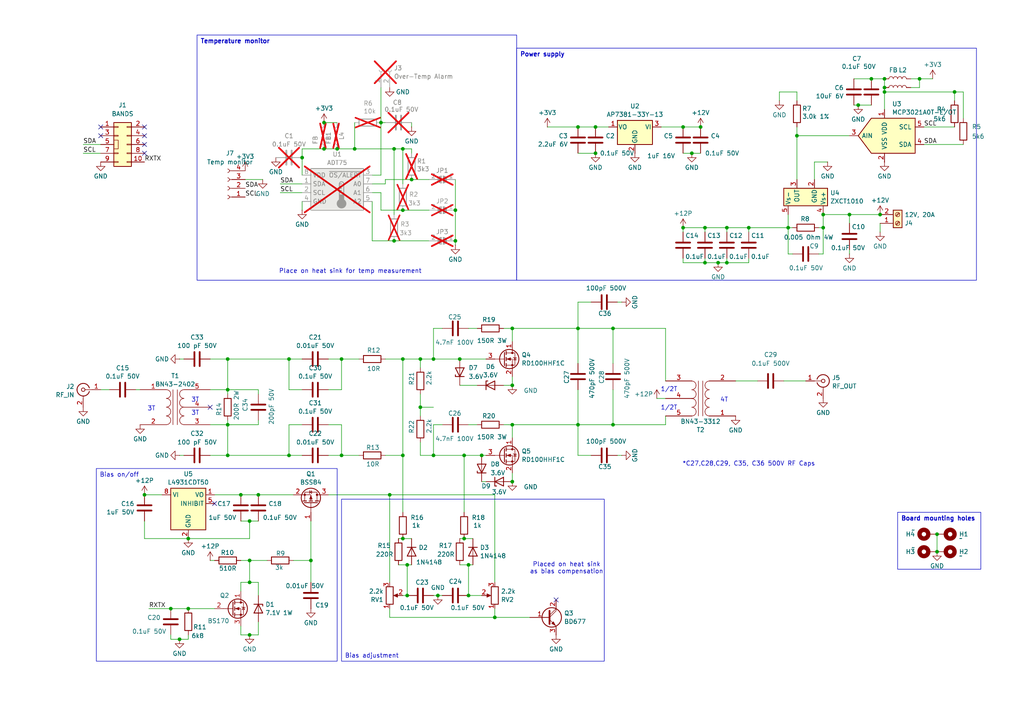
<source format=kicad_sch>
(kicad_sch (version 20250114) (generator "eeschema") (generator_version "9.0")
  (paper "A4")
  (title_block (title "K9HZ 100W 1-54 MHz 12V PA") (date "2025-01-21") (rev "V1.05") (comment 1 "Layout by OG King - KI3P") (comment 2 "Designed by WJ Schmidt - K9HZ") (comment 3 "Copyright 2024, 2025 WJ Schmidt - K9HZ"))
  (text "4T" (at 210.058 116.078 0) (effects (font (size 1.27 1.27))))
  (text "Place on heat sink for temp measurement" (at 101.6 78.74 0) (effects (font (size 1.27 1.27))))
  (text "3T" (at 43.942 118.618 0) (effects (font (size 1.27 1.27))))
  (text "*C27,C28,C29, C35, C36 500V RF Caps" (at 217.17 134.62 0) (effects (font (size 1.27 1.27))))
  (text "1/2T" (at 194.056 118.364 0) (effects (font (size 1.27 1.27))))
  (text "Placed on heat sink\nas bias compensation" (at 164.338 164.846 0) (effects (font (size 1.27 1.27))))
  (text "3T" (at 56.642 116.078 0) (effects (font (size 1.27 1.27))))
  (text "3T" (at 56.642 119.888 0) (effects (font (size 1.27 1.27))))
  (text "1/2T" (at 194.056 113.03 0) (effects (font (size 1.27 1.27))))
  (text_box "Temperature monitor" (at 57.15 10.16 0) (size 92.71 71.12) (margins 0.9525 0.9525 0.9525 0.9525) (effects (font (size 1.27 1.27) (thickness 0.254) (bold yes)) (justify left top)))
  (text_box "Bias on/off" (at 27.94 135.89 0) (size 69.85 55.88) (margins 0.9525 0.9525 0.9525 0.9525) (effects (font (size 1.27 1.27)) (justify left top)))
  (text_box "Power supply" (at 149.86 13.97 0) (size 133.35 67.31) (margins 0.9525 0.9525 0.9525 0.9525) (effects (font (size 1.27 1.27) (thickness 0.254) (bold yes)) (justify left top)))
  (text_box "Bias adjustment" (at 99.06 144.78 0) (size 76.2 46.99) (margins 0.9525 0.9525 0.9525 0.9525) (effects (font (size 1.27 1.27)) (justify left bottom)))
  (text_box "Board mounting holes" (at 260.35 148.59 0) (size 24.13 16.51) (margins 0.9525 0.9525 0.9525 0.9525) (effects (font (size 1.27 1.27) (thickness 0.254) (bold yes)) (justify left top)))
  (junction (at 54.61 156.21))
  (junction (at 238.76 66.04))
  (junction (at 66.04 123.19))
  (junction (at 125.73 132.08))
  (junction (at 210.82 76.2))
  (junction (at 121.92 104.14))
  (junction (at 54.61 176.53))
  (junction (at 200.66 44.45))
  (junction (at 228.6 66.04))
  (junction (at 72.39 168.91))
  (junction (at 97.79 43.18))
  (junction (at 93.98 43.18))
  (junction (at 133.35 104.14))
  (junction (at 49.53 176.53))
  (junction (at 204.47 66.04))
  (junction (at 99.06 132.08))
  (junction (at 119.38 52.07))
  (junction (at 143.51 179.07))
  (junction (at 266.7 22.86))
  (junction (at 271.78 154.94))
  (junction (at 116.84 43.18))
  (junction (at 255.27 62.23))
  (junction (at 72.39 162.56))
  (junction (at 90.17 162.56))
  (junction (at 172.72 36.83))
  (junction (at 217.17 66.04))
  (junction (at 66.04 104.14))
  (junction (at 252.73 22.86))
  (junction (at 198.12 66.04))
  (junction (at 41.91 143.51))
  (junction (at 116.84 132.08))
  (junction (at 99.06 104.14))
  (junction (at 134.62 132.08))
  (junction (at 135.89 172.72))
  (junction (at 276.86 26.67))
  (junction (at 52.07 185.42))
  (junction (at 83.82 104.14))
  (junction (at 66.04 113.03))
  (junction (at 167.64 36.83))
  (junction (at 110.49 35.56))
  (junction (at 83.82 132.08))
  (junction (at 132.08 69.85))
  (junction (at 69.85 143.51))
  (junction (at 134.62 156.21))
  (junction (at 118.11 172.72))
  (junction (at 116.84 60.96))
  (junction (at 210.82 66.04))
  (junction (at 177.8 95.25))
  (junction (at 127 172.72))
  (junction (at 238.76 62.23))
  (junction (at 148.59 111.76))
  (junction (at 148.59 95.25))
  (junction (at 167.64 95.25))
  (junction (at 246.38 62.23))
  (junction (at 102.87 43.18))
  (junction (at 177.8 123.19))
  (junction (at 66.04 132.08))
  (junction (at 135.89 163.83))
  (junction (at 271.78 160.02))
  (junction (at 113.03 143.51))
  (junction (at 72.39 151.13))
  (junction (at 116.84 104.14))
  (junction (at 148.59 123.19))
  (junction (at 208.28 76.2))
  (junction (at 118.11 163.83))
  (junction (at 148.59 139.7))
  (junction (at 132.08 60.96))
  (junction (at 114.3 43.18))
  (junction (at 198.12 36.83))
  (junction (at 139.7 132.08))
  (junction (at 256.54 25.4))
  (junction (at 204.47 76.2))
  (junction (at 203.2 36.83))
  (junction (at 231.14 39.37))
  (junction (at 114.3 69.85))
  (junction (at 248.92 30.48))
  (junction (at 93.98 35.56))
  (junction (at 167.64 123.19))
  (junction (at 256.54 26.67))
  (junction (at 256.54 22.86))
  (junction (at 74.93 143.51))
  (junction (at 116.84 156.21))
  (junction (at 87.63 45.72))
  (junction (at 172.72 44.45))
  (junction (at 125.73 104.14))
  (junction (at 72.39 184.15))
  (junction (at 121.92 118.11))
  (no_connect (at 41.91 39.37))
  (no_connect (at 60.96 118.11))
  (no_connect (at 161.29 173.99))
  (no_connect (at 29.21 39.37))
  (no_connect (at 29.21 36.83))
  (no_connect (at 41.91 41.91))
  (no_connect (at 41.91 36.83))
  (no_connect (at 41.91 44.45))
  (no_connect (at 62.23 146.05))
  (wire (pts (xy 111.76 104.14) (xy 116.84 104.14)))
  (wire (pts (xy 110.49 60.96) (xy 116.84 60.96)))
  (wire (pts (xy 210.82 67.31) (xy 210.82 66.04)))
  (wire (pts (xy 116.84 156.21) (xy 119.38 156.21)))
  (wire (pts (xy 270.51 22.86) (xy 266.7 22.86)))
  (wire (pts (xy 167.64 95.25) (xy 148.59 95.25)))
  (wire (pts (xy 128.27 123.19) (xy 125.73 123.19)))
  (wire (pts (xy 228.6 73.66) (xy 228.6 66.04)))
  (wire (pts (xy 110.49 35.56) (xy 111.76 35.56)))
  (wire (pts (xy 227.33 110.49) (xy 233.68 110.49)))
  (wire (pts (xy 140.97 139.7) (xy 139.7 139.7)))
  (wire (pts (xy 198.12 44.45) (xy 200.66 44.45)))
  (wire (pts (xy 69.85 168.91) (xy 72.39 168.91)))
  (wire (pts (xy 66.04 121.92) (xy 66.04 123.19)))
  (wire (pts (xy 72.39 162.56) (xy 77.47 162.56)))
  (wire (pts (xy 121.92 118.11) (xy 125.73 118.11)))
  (wire (pts (xy 81.28 55.88) (xy 87.63 55.88)))
  (wire (pts (xy 114.3 43.18) (xy 116.84 43.18)))
  (wire (pts (xy 69.85 143.51) (xy 74.93 143.51)))
  (wire (pts (xy 60.96 132.08) (xy 66.04 132.08)))
  (wire (pts (xy 190.5 115.57) (xy 193.04 115.57)))
  (wire (pts (xy 217.17 66.04) (xy 228.6 66.04)))
  (wire (pts (xy 171.45 87.63) (xy 167.64 87.63)))
  (wire (pts (xy 247.65 30.48) (xy 248.92 30.48)))
  (wire (pts (xy 74.93 121.92) (xy 74.93 123.19)))
  (wire (pts (xy 198.12 36.83) (xy 203.2 36.83)))
  (wire (pts (xy 49.53 185.42) (xy 52.07 185.42)))
  (wire (pts (xy 102.87 35.56) (xy 102.87 43.18)))
  (wire (pts (xy 99.06 104.14) (xy 95.25 104.14)))
  (wire (pts (xy 148.59 109.22) (xy 148.59 111.76)))
  (wire (pts (xy 116.84 60.96) (xy 124.46 60.96)))
  (wire (pts (xy 267.97 36.83) (xy 276.86 36.83)))
  (wire (pts (xy 110.49 35.56) (xy 110.49 50.8)))
  (wire (pts (xy 99.06 113.03) (xy 99.06 104.14)))
  (wire (pts (xy 148.59 137.16) (xy 148.59 139.7)))
  (wire (pts (xy 226.06 26.67) (xy 226.06 29.21)))
  (wire (pts (xy 252.73 22.86) (xy 256.54 22.86)))
  (wire (pts (xy 256.54 25.4) (xy 256.54 26.67)))
  (wire (pts (xy 99.06 123.19) (xy 99.06 132.08)))
  (wire (pts (xy 116.84 43.18) (xy 116.84 53.34)))
  (wire (pts (xy 69.85 151.13) (xy 72.39 151.13)))
  (wire (pts (xy 121.92 104.14) (xy 125.73 104.14)))
  (wire (pts (xy 210.82 76.2) (xy 217.17 76.2)))
  (wire (pts (xy 115.57 163.83) (xy 118.11 163.83)))
  (wire (pts (xy 114.3 69.85) (xy 124.46 69.85)))
  (wire (pts (xy 107.95 55.88) (xy 110.49 55.88)))
  (wire (pts (xy 72.39 151.13) (xy 74.93 151.13)))
  (wire (pts (xy 113.03 176.53) (xy 113.03 179.07)))
  (wire (pts (xy 139.7 132.08) (xy 134.62 132.08)))
  (wire (pts (xy 143.51 179.07) (xy 143.51 176.53)))
  (wire (pts (xy 228.6 66.04) (xy 229.87 66.04)))
  (wire (pts (xy 256.54 26.67) (xy 256.54 31.75)))
  (wire (pts (xy 83.82 113.03) (xy 83.82 104.14)))
  (wire (pts (xy 74.93 184.15) (xy 74.93 180.34)))
  (wire (pts (xy 167.64 123.19) (xy 148.59 123.19)))
  (wire (pts (xy 231.14 36.83) (xy 231.14 39.37)))
  (wire (pts (xy 139.7 132.08) (xy 140.97 132.08)))
  (wire (pts (xy 74.93 123.19) (xy 66.04 123.19)))
  (wire (pts (xy 246.38 62.23) (xy 255.27 62.23)))
  (wire (pts (xy 148.59 123.19) (xy 148.59 127)))
  (wire (pts (xy 193.04 123.19) (xy 177.8 123.19)))
  (wire (pts (xy 193.04 120.65) (xy 193.04 123.19)))
  (wire (pts (xy 125.73 123.19) (xy 125.73 132.08)))
  (wire (pts (xy 107.95 53.34) (xy 111.76 53.34)))
  (wire (pts (xy 179.07 87.63) (xy 180.34 87.63)))
  (wire (pts (xy 85.09 162.56) (xy 90.17 162.56)))
  (wire (pts (xy 41.91 151.13) (xy 41.91 156.21)))
  (wire (pts (xy 153.67 179.07) (xy 143.51 179.07)))
  (wire (pts (xy 31.75 113.03) (xy 29.21 113.03)))
  (wire (pts (xy 217.17 67.31) (xy 217.17 66.04)))
  (wire (pts (xy 66.04 123.19) (xy 60.96 123.19)))
  (wire (pts (xy 146.05 95.25) (xy 148.59 95.25)))
  (wire (pts (xy 90.17 151.13) (xy 90.17 162.56)))
  (wire (pts (xy 198.12 66.04) (xy 204.47 66.04)))
  (wire (pts (xy 210.82 74.93) (xy 210.82 76.2)))
  (wire (pts (xy 134.62 148.59) (xy 134.62 132.08)))
  (wire (pts (xy 118.11 172.72) (xy 116.84 172.72)))
  (wire (pts (xy 148.59 95.25) (xy 148.59 99.06)))
  (wire (pts (xy 118.11 163.83) (xy 119.38 163.83)))
  (wire (pts (xy 93.98 35.56) (xy 97.79 35.56)))
  (wire (pts (xy 198.12 76.2) (xy 204.47 76.2)))
  (wire (pts (xy 113.03 179.07) (xy 143.51 179.07)))
  (wire (pts (xy 198.12 74.93) (xy 198.12 76.2)))
  (wire (pts (xy 66.04 113.03) (xy 60.96 113.03)))
  (wire (pts (xy 236.22 52.07) (xy 236.22 46.99)))
  (wire (pts (xy 210.82 66.04) (xy 217.17 66.04)))
  (wire (pts (xy 107.95 50.8) (xy 110.49 50.8)))
  (wire (pts (xy 204.47 66.04) (xy 210.82 66.04)))
  (wire (pts (xy 167.64 36.83) (xy 158.75 36.83)))
  (wire (pts (xy 49.53 184.15) (xy 49.53 185.42)))
  (wire (pts (xy 43.18 176.53) (xy 49.53 176.53)))
  (wire (pts (xy 248.92 30.48) (xy 252.73 30.48)))
  (wire (pts (xy 266.7 25.4) (xy 264.16 25.4)))
  (wire (pts (xy 60.96 104.14) (xy 66.04 104.14)))
  (wire (pts (xy 246.38 72.39) (xy 246.38 73.66)))
  (wire (pts (xy 95.25 132.08) (xy 99.06 132.08)))
  (wire (pts (xy 121.92 104.14) (xy 121.92 106.68)))
  (wire (pts (xy 231.14 29.21) (xy 231.14 26.67)))
  (wire (pts (xy 24.13 44.45) (xy 29.21 44.45)))
  (wire (pts (xy 52.07 185.42) (xy 54.61 185.42)))
  (wire (pts (xy 52.07 132.08) (xy 53.34 132.08)))
  (wire (pts (xy 135.89 95.25) (xy 138.43 95.25)))
  (wire (pts (xy 69.85 162.56) (xy 72.39 162.56)))
  (wire (pts (xy 119.38 43.18) (xy 119.38 44.45)))
  (wire (pts (xy 87.63 123.19) (xy 83.82 123.19)))
  (wire (pts (xy 116.84 148.59) (xy 116.84 132.08)))
  (wire (pts (xy 193.04 95.25) (xy 177.8 95.25)))
  (wire (pts (xy 24.13 41.91) (xy 29.21 41.91)))
  (wire (pts (xy 69.85 184.15) (xy 72.39 184.15)))
  (wire (pts (xy 111.76 132.08) (xy 116.84 132.08)))
  (wire (pts (xy 66.04 114.3) (xy 66.04 113.03)))
  (wire (pts (xy 167.64 132.08) (xy 167.64 123.19)))
  (wire (pts (xy 72.39 162.56) (xy 72.39 168.91)))
  (wire (pts (xy 217.17 76.2) (xy 217.17 74.93)))
  (wire (pts (xy 81.28 53.34) (xy 87.63 53.34)))
  (wire (pts (xy 121.92 128.27) (xy 121.92 132.08)))
  (wire (pts (xy 72.39 156.21) (xy 54.61 156.21)))
  (wire (pts (xy 198.12 66.04) (xy 198.12 67.31)))
  (wire (pts (xy 191.77 36.83) (xy 198.12 36.83)))
  (wire (pts (xy 83.82 104.14) (xy 87.63 104.14)))
  (wire (pts (xy 125.73 95.25) (xy 125.73 104.14)))
  (wire (pts (xy 72.39 184.15) (xy 74.93 184.15)))
  (wire (pts (xy 146.05 111.76) (xy 148.59 111.76)))
  (wire (pts (xy 135.89 163.83) (xy 137.16 163.83)))
  (wire (pts (xy 139.7 172.72) (xy 135.89 172.72)))
  (wire (pts (xy 132.08 60.96) (xy 132.08 69.85)))
  (wire (pts (xy 119.38 35.56) (xy 119.38 36.83)))
  (wire (pts (xy 113.03 143.51) (xy 143.51 143.51)))
  (wire (pts (xy 95.25 143.51) (xy 113.03 143.51)))
  (wire (pts (xy 176.53 36.83) (xy 172.72 36.83)))
  (wire (pts (xy 133.35 104.14) (xy 140.97 104.14)))
  (wire (pts (xy 66.04 104.14) (xy 83.82 104.14)))
  (wire (pts (xy 231.14 26.67) (xy 226.06 26.67)))
  (wire (pts (xy 111.76 52.07) (xy 119.38 52.07)))
  (wire (pts (xy 54.61 176.53) (xy 62.23 176.53)))
  (wire (pts (xy 133.35 163.83) (xy 135.89 163.83)))
  (wire (pts (xy 247.65 22.86) (xy 252.73 22.86)))
  (wire (pts (xy 62.23 143.51) (xy 69.85 143.51)))
  (wire (pts (xy 66.04 104.14) (xy 66.04 113.03)))
  (wire (pts (xy 116.84 43.18) (xy 119.38 43.18)))
  (wire (pts (xy 177.8 123.19) (xy 167.64 123.19)))
  (wire (pts (xy 97.79 43.18) (xy 102.87 43.18)))
  (wire (pts (xy 264.16 22.86) (xy 266.7 22.86)))
  (wire (pts (xy 110.49 25.4) (xy 110.49 35.56)))
  (wire (pts (xy 74.93 113.03) (xy 66.04 113.03)))
  (wire (pts (xy 69.85 181.61) (xy 69.85 184.15)))
  (wire (pts (xy 238.76 73.66) (xy 238.76 66.04)))
  (wire (pts (xy 83.82 132.08) (xy 87.63 132.08)))
  (wire (pts (xy 276.86 26.67) (xy 279.4 26.67)))
  (wire (pts (xy 125.73 132.08) (xy 121.92 132.08)))
  (wire (pts (xy 41.91 156.21) (xy 54.61 156.21)))
  (wire (pts (xy 125.73 132.08) (xy 134.62 132.08)))
  (wire (pts (xy 271.78 154.94) (xy 271.78 160.02)))
  (wire (pts (xy 95.25 113.03) (xy 99.06 113.03)))
  (wire (pts (xy 125.73 172.72) (xy 127 172.72)))
  (wire (pts (xy 71.12 52.07) (xy 76.2 52.07)))
  (wire (pts (xy 236.22 46.99) (xy 240.03 46.99)))
  (wire (pts (xy 54.61 185.42) (xy 54.61 184.15)))
  (wire (pts (xy 121.92 114.3) (xy 121.92 118.11)))
  (wire (pts (xy 135.89 123.19) (xy 138.43 123.19)))
  (wire (pts (xy 74.93 168.91) (xy 74.93 172.72)))
  (wire (pts (xy 267.97 41.91) (xy 279.4 41.91)))
  (wire (pts (xy 41.91 143.51) (xy 46.99 143.51)))
  (wire (pts (xy 118.11 163.83) (xy 118.11 172.72)))
  (wire (pts (xy 204.47 76.2) (xy 208.28 76.2)))
  (wire (pts (xy 128.27 95.25) (xy 125.73 95.25)))
  (wire (pts (xy 229.87 73.66) (xy 228.6 73.66)))
  (wire (pts (xy 87.63 43.18) (xy 87.63 45.72)))
  (wire (pts (xy 69.85 171.45) (xy 69.85 168.91)))
  (wire (pts (xy 74.93 143.51) (xy 85.09 143.51)))
  (wire (pts (xy 95.25 123.19) (xy 99.06 123.19)))
  (wire (pts (xy 83.82 123.19) (xy 83.82 132.08)))
  (wire (pts (xy 246.38 62.23) (xy 246.38 64.77)))
  (wire (pts (xy 204.47 74.93) (xy 204.47 76.2)))
  (wire (pts (xy 111.76 53.34) (xy 111.76 52.07)))
  (wire (pts (xy 116.84 132.08) (xy 116.84 104.14)))
  (wire (pts (xy 49.53 176.53) (xy 54.61 176.53)))
  (wire (pts (xy 66.04 132.08) (xy 83.82 132.08)))
  (wire (pts (xy 266.7 22.86) (xy 266.7 25.4)))
  (wire (pts (xy 238.76 66.04) (xy 238.76 62.23)))
  (wire (pts (xy 167.64 87.63) (xy 167.64 95.25)))
  (wire (pts (xy 193.04 110.49) (xy 193.04 95.25)))
  (wire (pts (xy 52.07 104.14) (xy 53.34 104.14)))
  (wire (pts (xy 90.17 162.56) (xy 90.17 168.91)))
  (wire (pts (xy 177.8 113.03) (xy 177.8 123.19)))
  (wire (pts (xy 255.27 64.77) (xy 255.27 67.31)))
  (wire (pts (xy 279.4 26.67) (xy 279.4 34.29)))
  (wire (pts (xy 208.28 76.2) (xy 210.82 76.2)))
  (wire (pts (xy 276.86 26.67) (xy 276.86 29.21)))
  (wire (pts (xy 167.64 44.45) (xy 172.72 44.45)))
  (wire (pts (xy 179.07 132.08) (xy 180.34 132.08)))
  (wire (pts (xy 99.06 104.14) (xy 104.14 104.14)))
  (wire (pts (xy 87.63 113.03) (xy 83.82 113.03)))
  (wire (pts (xy 135.89 163.83) (xy 135.89 172.72)))
  (wire (pts (xy 138.43 111.76) (xy 133.35 111.76)))
  (wire (pts (xy 133.35 156.21) (xy 134.62 156.21)))
  (wire (pts (xy 72.39 168.91) (xy 74.93 168.91)))
  (wire (pts (xy 134.62 156.21) (xy 137.16 156.21)))
  (wire (pts (xy 60.96 162.56) (xy 62.23 162.56)))
  (wire (pts (xy 143.51 143.51) (xy 143.51 168.91)))
  (wire (pts (xy 238.76 62.23) (xy 246.38 62.23)))
  (wire (pts (xy 93.98 43.18) (xy 97.79 43.18)))
  (wire (pts (xy 114.3 62.23) (xy 114.3 43.18)))
  (wire (pts (xy 87.63 58.42) (xy 87.63 60.96)))
  (wire (pts (xy 237.49 73.66) (xy 238.76 73.66)))
  (wire (pts (xy 231.14 39.37) (xy 246.38 39.37)))
  (wire (pts (xy 237.49 66.04) (xy 238.76 66.04)))
  (wire (pts (xy 256.54 22.86) (xy 256.54 25.4)))
  (wire (pts (xy 167.64 132.08) (xy 171.45 132.08)))
  (wire (pts (xy 172.72 36.83) (xy 167.64 36.83)))
  (wire (pts (xy 102.87 43.18) (xy 114.3 43.18)))
  (wire (pts (xy 132.08 52.07) (xy 132.08 60.96)))
  (wire (pts (xy 74.93 114.3) (xy 74.93 113.03)))
  (wire (pts (xy 93.98 43.18) (xy 87.63 43.18)))
  (wire (pts (xy 107.95 58.42) (xy 107.95 69.85)))
  (wire (pts (xy 107.95 69.85) (xy 114.3 69.85)))
  (wire (pts (xy 115.57 156.21) (xy 116.84 156.21)))
  (wire (pts (xy 125.73 104.14) (xy 133.35 104.14)))
  (wire (pts (xy 213.36 110.49) (xy 219.71 110.49)))
  (wire (pts (xy 99.06 132.08) (xy 104.14 132.08)))
  (wire (pts (xy 110.49 55.88) (xy 110.49 60.96)))
  (wire (pts (xy 116.84 104.14) (xy 121.92 104.14)))
  (wire (pts (xy 177.8 95.25) (xy 177.8 105.41)))
  (wire (pts (xy 167.64 113.03) (xy 167.64 123.19)))
  (wire (pts (xy 204.47 67.31) (xy 204.47 66.04)))
  (wire (pts (xy 177.8 95.25) (xy 167.64 95.25)))
  (wire (pts (xy 167.64 95.25) (xy 167.64 105.41)))
  (wire (pts (xy 228.6 66.04) (xy 228.6 62.23)))
  (wire (pts (xy 119.38 52.07) (xy 124.46 52.07)))
  (wire (pts (xy 39.37 113.03) (xy 40.64 113.03)))
  (wire (pts (xy 256.54 26.67) (xy 276.86 26.67)))
  (wire (pts (xy 66.04 123.19) (xy 66.04 132.08)))
  (wire (pts (xy 87.63 45.72) (xy 87.63 50.8)))
  (wire (pts (xy 121.92 118.11) (xy 121.92 120.65)))
  (wire (pts (xy 113.03 143.51) (xy 113.03 168.91)))
  (wire (pts (xy 132.08 69.85) (xy 132.08 71.12)))
  (wire (pts (xy 231.14 39.37) (xy 231.14 52.07)))
  (wire (pts (xy 146.05 123.19) (xy 148.59 123.19)))
  (wire (pts (xy 127 172.72) (xy 128.27 172.72)))
  (wire (pts (xy 200.66 44.45) (xy 203.2 44.45)))
  (wire (pts (xy 72.39 151.13) (xy 72.39 156.21)))
  (label "SCL" (at 267.97 36.83 0))
  (label "SDA" (at 24.13 41.91 0))
  (label "SCL" (at 71.12 57.15 0))
  (label "SDA" (at 71.12 54.61 0))
  (label "RXTX" (at 41.91 46.99 0))
  (label "SDA" (at 267.97 41.91 0))
  (label "SCL" (at 81.28 55.88 0))
  (label "RXTX" (at 43.18 176.53 0))
  (label "SCL" (at 24.13 44.45 0))
  (label "SDA" (at 81.28 53.34 0))
  (symbol (lib_id "power:GND") (at 24.13 118.11 0) (unit 1)
    (property "Reference" "#PWR023" (effects (hide yes)))
    (property "Value" "GND" (at 24.13 122.2431 0))
    (property "Description" "Power symbol creates a global label with name \"GND\" , ground" (effects (hide yes)))
  )
  (symbol (lib_id "power:GND") (at 208.28 76.2 0) (unit 1)
    (property "Reference" "#PWR021" (effects (hide yes)))
    (property "Value" "GND" (at 208.28 80.3331 0))
    (property "Description" "Power symbol creates a global label with name \"GND\" , ground" (effects (hide yes)))
  )
  (symbol (lib_id "Device:R") (at 276.86 33.02 0) (unit 1)
    (property "Reference" "R4" (at 274.3779 31.6899 0) (effects (justify right)))
    (property "Value" "5k6" (at 274.3779 34.4839 0) (effects (justify right)))
    (property "Footprint" "Resistor_SMD:R_1206_3216Metric" (effects (hide yes)))
    (property "Mouser Part Number" "279-CRGCQ1206F5K6" (effects (hide yes)))
  )
  (symbol (lib_id "power:GND") (at 113.03 25.4 0) (unit 1)
    (property "Reference" "#PWR014" (effects (hide yes)))
    (property "Value" "GND" (at 116.84 26.67 0))
    (property "Description" "Power symbol creates a global label with name \"GND\" , ground" (effects (hide yes)))
  )
  (symbol (lib_id "Device:C") (at 91.44 123.19 90) (unit 1)
    (property "Reference" "C31" (at 91.44 116.8867 90))
    (property "Value" "0.1uF 50V" (at 91.44 119.3109 90))
    (property "Footprint" "Capacitor_SMD:C_1206_3216Metric" (effects (hide yes)))
    (property "Mouser Part Number" "80-C1206C103K5R7210 " (effects (hide yes)))
  )
  (symbol (lib_id "power:GND") (at 256.54 46.99 0) (unit 1)
    (property "Reference" "#PWR011" (effects (hide yes)))
    (property "Value" "GND" (at 256.54 51.1231 0))
    (property "Description" "Power symbol creates a global label with name \"GND\" , ground" (effects (hide yes)))
  )
  (symbol (lib_id "power:GND") (at 90.17 176.53 0) (unit 1)
    (property "Reference" "#PWR027" (effects (hide yes)))
    (property "Value" "GND" (at 90.17 180.6631 0))
    (property "Description" "Power symbol creates a global label with name \"GND\" , ground" (effects (hide yes)))
  )
  (symbol (lib_id "Device:R") (at 142.24 95.25 270) (mirror x) (unit 1)
    (property "Reference" "R19" (at 143.764 92.71 90) (effects (justify right)))
    (property "Value" "150R 3W" (at 147.066 98.806 90) (effects (justify right)))
    (property "Footprint" "Resistor_THT:R_Axial_DIN0614_L14.3mm_D5.7mm_P25.40mm_Horizontal" (effects (hide yes)))
    (property "Mouser Part Number" "279-EP3WSS150RJ" (effects (hide yes)))
  )
  (symbol (lib_id "Mechanical:MountingHole_Pad") (at 274.32 154.94 270) (unit 1) (in_bom no)
    (property "Reference" "H1" (at 278.13 154.94 90) (effects (justify left)))
    (property "Value" "~" (at 278.13 156.1521 90) (effects (justify left)))
    (property "Footprint" "MountingHole:MountingHole_4.3mm_M4_DIN965_Pad" (effects (hide yes)))
  )
  (symbol (lib_id "Device:C") (at 132.08 123.19 270) (unit 1)
    (property "Reference" "C26" (at 133.858 119.888 90) (effects (justify right)))
    (property "Value" "4.7nF 100V" (at 137.414 127.254 90) (effects (justify right)))
    (property "Footprint" "Capacitor_SMD:C_1206_3216Metric" (effects (hide yes)))
    (property "Mouser Part Number" "80-C1206C472K5R " (effects (hide yes)))
  )
  (symbol (lib_id "T41:L4931CDT50") (at 54.61 143.51 0) (unit 1)
    (property "Reference" "U5" (at 54.61 137.4605 0))
    (property "Value" "L4931CDT50" (at 54.61 139.8848 0))
    (property "Footprint" "Package_SO:SO-8_3.9x4.9mm_P1.27mm" (effects (hide yes)))
    (property "Datasheet" "https://www.st.com/content/ccc/resource/technical/document/datasheet/ff/95/2f/6a/75/70/42/49/CD00000971.pdf/files/CD00000971.pdf/jcr:content/translations/en.CD00000971.pdf" (effects (hide yes)))
    (property "Description" "Very low drop voltage regulator" (effects (hide yes)))
    (property "Mouser Part Number" "511-L4931CDT50-TR" (effects (hide yes)))
  )
  (symbol (lib_id "Connector:Screw_Terminal_01x02") (at 260.35 64.77 0) (mirror x) (unit 1)
    (property "Reference" "J4" (at 262.382 64.7121 0) (effects (justify left)))
    (property "Value" "12V, 20A" (at 262.382 62.2879 0) (effects (justify left)))
    (property "Footprint" "TerminalBlock:TerminalBlock_bornier-2_P5.08mm" (effects (hide yes)))
  )
  (symbol (lib_id "Jumper:SolderJumper_2_Open") (at 128.27 69.85 0) (mirror y) (unit 1) (in_bom no) (on_board no) (dnp yes)
    (property "Reference" "JP3" (at 128.27 67.2409 0))
    (property "Value" "SolderJumper_2_Open" (effects (hide yes)))
    (property "Footprint" "Jumper:SolderJumper-2_P1.3mm_Open_TrianglePad1.0x1.5mm" (effects (hide yes)))
  )
  (symbol (lib_id "Diode:1N4148") (at 119.38 160.02 270) (unit 1)
    (property "Reference" "D2" (at 121.412 158.8078 90) (effects (justify left)))
    (property "Value" "1N4148" (at 120.65 163.068 90) (effects (justify left)))
    (property "Footprint" "Diode_SMD:D_SOD-523" (effects (hide yes)))
    (property "Datasheet" "https://assets.nexperia.com/documents/data-sheet/1N4148_1N4448.pdf" (effects (hide yes)))
    (property "Description" "100V 0.15A standard switching diode, DO-35" (effects (hide yes)))
    (property "Sim.Device" "D" (effects (hide yes)))
    (property "Sim.Pins" "1=K 2=A" (effects (hide yes)))
    (property "Mouser Part Number" "621-1N4148WT" (effects (hide yes)))
  )
  (symbol (lib_id "Device:R") (at 115.57 160.02 180) (unit 1)
    (property "Reference" "R15" (at 109.474 158.242 0) (effects (justify right)))
    (property "Value" "220R" (at 108.966 160.782 0) (effects (justify right)))
    (property "Footprint" "Resistor_SMD:R_1206_3216Metric" (effects (hide yes)))
    (property "Mouser Part Number" "279-CRG1206F220R" (effects (hide yes)))
  )
  (symbol (lib_id "Device:C") (at 132.08 95.25 270) (unit 1)
    (property "Reference" "C25" (at 133.858 91.948 90) (effects (justify right)))
    (property "Value" "4.7nF 100V" (at 137.414 99.314 90) (effects (justify right)))
    (property "Footprint" "Capacitor_SMD:C_1206_3216Metric" (effects (hide yes)))
    (property "Mouser Part Number" "80-C1206C472K5R " (effects (hide yes)))
  )
  (symbol (lib_id "Device:C") (at 57.15 132.08 90) (unit 1)
    (property "Reference" "C32" (at 57.15 125.73 90))
    (property "Value" "100 pF 50V" (at 57.15 128.27 90))
    (property "Footprint" "Capacitor_SMD:C_1206_3216Metric" (effects (hide yes)))
    (property "Mouser Part Number" "80-C1206C103K5R7210 " (effects (hide yes)))
  )
  (symbol (lib_id "Device:C") (at 204.47 71.12 0) (unit 1)
    (property "Reference" "C13" (at 209.042 68.326 0) (effects (justify right)))
    (property "Value" "0.1uF" (at 210.566 74.422 0) (effects (justify right)))
    (property "Footprint" "Capacitor_SMD:C_1206_3216Metric" (effects (hide yes)))
    (property "Mouser Part Number" "581-12065F104K4" (effects (hide yes)))
  )
  (symbol (lib_id "Device:C") (at 74.93 118.11 180) (unit 1)
    (property "Reference" "C34" (at 71.12 119.38 90) (effects (justify right)))
    (property "Value" "200pF 50V" (at 78.74 123.19 90) (effects (justify right)))
    (property "Footprint" "Capacitor_SMD:C_1206_3216Metric" (effects (hide yes)))
    (property "Mouser Part Number" "80-C1206C103K5R7210 " (effects (hide yes)))
  )
  (symbol (lib_id "Device:R") (at 121.92 110.49 0) (mirror x) (unit 1)
    (property "Reference" "R21" (at 119.38 111.76 90) (effects (justify right)))
    (property "Value" "2.2k" (at 124.46 111.76 90) (effects (justify right)))
    (property "Footprint" "Resistor_SMD:R_2010_5025Metric_Pad1.40x2.65mm_HandSolder" (effects (hide yes)))
    (property "Mouser Part Number" "652-CMP2010-FX-10R0L" (effects (hide yes)))
  )
  (symbol (lib_id "Device:R") (at 231.14 33.02 0) (mirror y) (unit 1)
    (property "Reference" "R7" (at 232.664 31.496 0) (effects (justify right)))
    (property "Value" "3.0k 1%" (at 232.664 33.782 0) (effects (justify right)))
    (property "Footprint" "Resistor_SMD:R_1206_3216Metric" (effects (hide yes)))
    (property "Mouser Part Number" "603-RT1206FRE073KL" (effects (hide yes)))
  )
  (symbol (lib_id "Device:C") (at 91.44 104.14 90) (unit 1)
    (property "Reference" "C21" (at 91.44 97.8367 90))
    (property "Value" "0.01uF 50V" (at 91.44 100.2609 90))
    (property "Footprint" "Capacitor_SMD:C_1206_3216Metric" (effects (hide yes)))
    (property "Mouser Part Number" "80-C1206C103K5R7210 " (effects (hide yes)))
  )
  (symbol (lib_id "T41:ADT75") (at 95.25 53.34 0) (unit 1) (in_bom no) (on_board no) (dnp yes)
    (property "Reference" "U1" (at 97.79 44.7505 0))
    (property "Value" "ADT75" (at 97.79 47.1748 0))
    (property "Footprint" "Package_SO:MSOP-8_3x3mm_P0.65mm" (effects (hide yes)))
    (property "Datasheet" "https://www.analog.com/media/en/technical-documentation/data-sheets/ADT75.pdf" (effects (hide yes)))
    (property "Description" "±1°C Accurate, 12-Bit Digital Temperature Sensor" (effects (hide yes)))
    (property "Mouser Part Number" "584-ADT75ARMZ-R" (effects (hide yes)))
  )
  (symbol (lib_id "Device:C") (at 90.17 172.72 180) (unit 1)
    (property "Reference" "C19" (at 91.44 175.514 0) (effects (justify right)))
    (property "Value" "0.01uF 50V" (at 82.804 169.926 0) (effects (justify right)))
    (property "Footprint" "Capacitor_SMD:C_1206_3216Metric" (effects (hide yes)))
    (property "Mouser Part Number" "80-C1206C103K5R7210 " (effects (hide yes)))
  )
  (symbol (lib_id "Device:C") (at 121.92 172.72 90) (unit 1)
    (property "Reference" "C23" (at 122.428 168.91 90))
    (property "Value" "0.1uF 50V" (at 120.904 176.276 90))
    (property "Footprint" "Capacitor_SMD:C_1206_3216Metric" (effects (hide yes)))
    (property "Mouser Part Number" "581-12065F104K4" (effects (hide yes)))
  )
  (symbol (lib_id "power:+12P") (at 198.12 66.04 0) (unit 1)
    (property "Reference" "#PWR022" (effects (hide yes)))
    (property "Value" "+12P" (at 198.12 61.9069 0))
    (property "Description" "Power symbol creates a global label with name \"+12P\"" (effects (hide yes)))
  )
  (symbol (lib_id "Device:C") (at 49.53 180.34 0) (mirror x) (unit 1)
    (property "Reference" "C20" (at 46.609 179.1278 0) (effects (justify right)))
    (property "Value" "0.1uF 50V" (at 48.26 183.134 0) (effects (justify right)))
    (property "Footprint" "Capacitor_SMD:C_1206_3216Metric" (effects (hide yes)))
    (property "Mouser Part Number" "581-12065F104K4" (effects (hide yes)))
  )
  (symbol (lib_id "Device:Q_NMOS_DSG") (at 146.05 104.14 0) (unit 1)
    (property "Reference" "Q4" (at 151.257 102.9278 0) (effects (justify left)))
    (property "Value" "RD100HHF1C" (at 151.257 105.3521 0) (effects (justify left)))
    (property "Footprint" "T41_Library:RD100HHF1-suspended" (effects (hide yes)))
    (property "Description" "N-MOSFET transistor, drain/source/gate" (effects (hide yes)))
  )
  (symbol (lib_id "Device:R") (at 107.95 104.14 90) (mirror x) (unit 1)
    (property "Reference" "R12" (at 106.426 101.6 90) (effects (justify right)))
    (property "Value" "10R" (at 106.426 106.934 90) (effects (justify right)))
    (property "Footprint" "Resistor_SMD:R_1206_3216Metric" (effects (hide yes)))
    (property "Mouser Part Number" "279-CRG1206F10R" (effects (hide yes)))
  )
  (symbol (lib_id "Transistor_FET:BSS84") (at 90.17 146.05 270) (mirror x) (unit 1)
    (property "Reference" "Q1" (at 90.17 137.4605 90))
    (property "Value" "BSS84" (at 90.17 139.8848 90))
    (property "Footprint" "Package_TO_SOT_SMD:SOT-23" (effects (hide yes)))
    (property "Datasheet" "http://assets.nexperia.com/documents/data-sheet/BSS84.pdf" (effects (hide yes)))
    (property "Description" "-0.13A Id, -50V Vds, P-Channel MOSFET, SOT-23" (effects (hide yes)))
    (property "Mouser Part Number" "512-BSS84" (effects (hide yes)))
  )
  (symbol (lib_id "Connector:Conn_Coaxial") (at 238.76 110.49 0) (unit 1)
    (property "Reference" "J5" (at 241.3001 109.5711 0) (effects (justify left)))
    (property "Value" "RF_OUT" (at 241.3001 111.9953 0) (effects (justify left)))
    (property "Footprint" "Connector_Coaxial:SMA_Amphenol_901-144_Vertical" (effects (hide yes)))
  )
  (symbol (lib_id "T41:MCP3021A0T-E/OT") (at 256.54 39.37 0) (unit 1)
    (property "Reference" "U3" (at 258.7341 30.1455 0) (effects (justify left)))
    (property "Value" "MCP3021A0T-E/OT" (at 258.7341 32.5698 0) (effects (justify left)))
    (property "Footprint" "Package_TO_SOT_SMD:SOT-23-5_HandSoldering" (effects (hide yes)))
    (property "Datasheet" "https://ww1.microchip.com/downloads/aemDocuments/documents/APID/ProductDocuments/DataSheets/20001805C.pdf" (effects (hide yes)))
    (property "Description" "10-Bit A/D Converter with I2C Interface" (effects (hide yes)))
    (property "Mouser Part Number" "579-MCP3021A0T-E/OT" (effects (hide yes)))
  )
  (symbol (lib_id "Device:R") (at 119.38 48.26 0) (mirror y) (unit 1) (in_bom no) (on_board no) (dnp yes)
    (property "Reference" "R1" (at 120.904 46.736 0) (effects (justify right)))
    (property "Value" "3k3" (at 120.904 49.022 0) (effects (justify right)))
    (property "Footprint" "Resistor_SMD:R_1206_3216Metric" (effects (hide yes)))
    (property "Mouser Part Number" "279-CRGCQ1206F3K3" (effects (hide yes)))
  )
  (symbol (lib_id "Device:R") (at 279.4 38.1 0) (mirror y) (unit 1)
    (property "Reference" "R5" (at 281.8821 36.7699 0) (effects (justify right)))
    (property "Value" "5k6" (at 281.8821 39.5639 0) (effects (justify right)))
    (property "Footprint" "Resistor_SMD:R_1206_3216Metric" (effects (hide yes)))
    (property "Mouser Part Number" "279-CRGCQ1206F5K6" (effects (hide yes)))
  )
  (symbol (lib_id "Device:R") (at 233.68 66.04 90) (mirror x) (unit 1)
    (property "Reference" "R8" (at 232.156 63.5 90) (effects (justify right)))
    (property "Value" "0.005 Ohm 4W" (at 227.33 68.834 90) (effects (justify right)))
    (property "Footprint" "Resistor_SMD:R_2010_5025Metric_Pad1.40x2.65mm_HandSolder" (effects (hide yes)))
    (property "Mouser Part Number" "755-GMR50HJAAFD5L00" (effects (hide yes)))
  )
  (symbol (lib_id "Device:C") (at 132.08 172.72 90) (unit 1)
    (property "Reference" "C24" (at 132.08 168.656 90))
    (property "Value" "0.1uF 50V" (at 135.636 176.276 90))
    (property "Footprint" "Capacitor_SMD:C_1206_3216Metric" (effects (hide yes)))
    (property "Mouser Part Number" "581-12065F104K4" (effects (hide yes)))
  )
  (symbol (lib_id "power:GND") (at 148.59 111.76 0) (unit 1)
    (property "Reference" "#PWR038" (effects (hide yes)))
    (property "Value" "GND" (at 153.924 113.284 0))
    (property "Description" "Power symbol creates a global label with name \"GND\" , ground" (effects (hide yes)))
  )
  (symbol (lib_id "power:GND") (at 52.07 185.42 0) (unit 1)
    (property "Reference" "#PWR030" (effects (hide yes)))
    (property "Value" "GND" (at 52.07 189.5531 0))
    (property "Description" "Power symbol creates a global label with name \"GND\" , ground" (effects (hide yes)))
  )
  (symbol (lib_id "power:GND") (at 184.15 44.45 0) (unit 1)
    (property "Reference" "#PWR04" (effects (hide yes)))
    (property "Value" "GND" (at 184.15 48.5831 0))
    (property "Description" "Power symbol creates a global label with name \"GND\" , ground" (effects (hide yes)))
  )
  (symbol (lib_id "power:GND") (at 52.07 104.14 270) (unit 1)
    (property "Reference" "#PWR042" (effects (hide yes)))
    (property "Value" "GND" (at 46.99 104.14 90))
    (property "Description" "Power symbol creates a global label with name \"GND\" , ground" (effects (hide yes)))
  )
  (symbol (lib_id "Device:L") (at 97.79 39.37 0) (mirror y) (unit 1) (in_bom no) (on_board no) (dnp yes)
    (property "Reference" "L4" (at 99.06 40.64 90) (effects (justify left)))
    (property "Value" "FB" (at 95.25 41.91 90) (effects (justify left)))
    (property "Footprint" "Inductor_SMD:L_1206_3216Metric_Pad1.22x1.90mm_HandSolder" (effects (hide yes)))
    (property "Mouser Part Number" "875-HZ1206E601R-10" (effects (hide yes)))
  )
  (symbol (lib_id "Device:R") (at 114.3 66.04 0) (mirror y) (unit 1) (in_bom no) (on_board no) (dnp yes)
    (property "Reference" "R3" (at 116.078 65.024 0) (effects (justify right)))
    (property "Value" "3k3" (at 115.824 67.564 0) (effects (justify right)))
    (property "Footprint" "Resistor_SMD:R_1206_3216Metric" (effects (hide yes)))
    (property "Mouser Part Number" "279-CRGCQ1206F3K3" (effects (hide yes)))
  )
  (symbol (lib_id "Device:Transformer_1P_SS") (at 50.8 118.11 0) (unit 1)
    (property "Reference" "T1" (at 50.8127 109.0124 0))
    (property "Value" "BN43-2402" (at 50.8127 111.4367 0))
    (property "Footprint" "T41_Library:Toroid_6Pin_BN-43-2402_7mm_6.2mm" (effects (hide yes)))
    (property "Description" "Transformer, single primary, split secondary" (effects (hide yes)))
  )
  (symbol (lib_id "power:GND") (at 40.64 123.19 0) (unit 1)
    (property "Reference" "#PWR032" (effects (hide yes)))
    (property "Value" "GND" (at 40.64 127.3231 0))
    (property "Description" "Power symbol creates a global label with name \"GND\" , ground" (effects (hide yes)))
  )
  (symbol (lib_id "power:+12V") (at 203.2 36.83 0) (unit 1)
    (property "Reference" "#PWR07" (effects (hide yes)))
    (property "Value" "+12V" (at 203.2 32.6969 0))
    (property "Description" "Power symbol creates a global label with name \"+12V\"" (effects (hide yes)))
  )
  (symbol (lib_id "Device:C") (at 223.52 110.49 90) (unit 1)
    (property "Reference" "C29" (at 223.52 102.87 90))
    (property "Value" "0.1uF 500V" (at 223.52 105.41 90))
    (property "Footprint" "Capacitor_SMD:C_1812_4532Metric_Pad1.57x3.40mm_HandSolder" (effects (hide yes)))
    (property "Mouser Part Number" "581-200B104MWN50XT" (effects (hide yes)))
  )
  (symbol (lib_id "power:GND") (at 240.03 46.99 0) (unit 1)
    (property "Reference" "#PWR017" (effects (hide yes)))
    (property "Value" "GND" (at 240.03 51.1231 0))
    (property "Description" "Power symbol creates a global label with name \"GND\" , ground" (effects (hide yes)))
  )
  (symbol (lib_id "power:GND") (at 87.63 60.96 0) (unit 1)
    (property "Reference" "#PWR03" (effects (hide yes)))
    (property "Value" "GND" (at 87.63 65.0931 0))
    (property "Description" "Power symbol creates a global label with name \"GND\" , ground" (effects (hide yes)))
  )
  (symbol (lib_id "Device:C") (at 91.44 113.03 90) (unit 1)
    (property "Reference" "C30" (at 91.44 106.7267 90))
    (property "Value" "0.1uF 50V" (at 91.44 109.1509 90))
    (property "Footprint" "Capacitor_SMD:C_1206_3216Metric" (effects (hide yes)))
    (property "Mouser Part Number" "80-C1206C103K5R7210 " (effects (hide yes)))
  )
  (symbol (lib_id "power:GND") (at 132.08 71.12 0) (unit 1)
    (property "Reference" "#PWR01" (effects (hide yes)))
    (property "Value" "GND" (at 132.08 75.2531 0))
    (property "Description" "Power symbol creates a global label with name \"GND\" , ground" (effects (hide yes)))
  )
  (symbol (lib_id "Device:R") (at 107.95 132.08 90) (mirror x) (unit 1)
    (property "Reference" "R13" (at 106.172 129.794 90) (effects (justify right)))
    (property "Value" "10R" (at 106.172 134.62 90) (effects (justify right)))
    (property "Footprint" "Resistor_SMD:R_1206_3216Metric" (effects (hide yes)))
    (property "Mouser Part Number" "279-CRG1206F10R" (effects (hide yes)))
  )
  (symbol (lib_id "Transistor_FET:BS170") (at 67.31 176.53 0) (unit 1)
    (property "Reference" "Q2" (at 63.754 172.72 0) (effects (justify left)))
    (property "Value" "BS170" (at 60.198 180.086 0) (effects (justify left)))
    (property "Footprint" "Package_TO_SOT_THT:TO-92_Inline" (effects (hide yes)))
    (property "Datasheet" "https://www.onsemi.com/pub/Collateral/BS170-D.PDF" (effects (hide yes)))
    (property "Description" "0.5A Id, 60V Vds, N-Channel MOSFET, TO-92" (effects (hide yes)))
    (property "Mouser Part Number" "512-BS170" (effects (hide yes)))
  )
  (symbol (lib_id "Device:D_Zener") (at 74.93 176.53 270) (unit 1)
    (property "Reference" "D1" (at 76.962 175.3178 90) (effects (justify left)))
    (property "Value" "7.1V 1W" (at 76.962 177.7421 90) (effects (justify left)))
    (property "Footprint" "Diode_SMD:D_SOD-323_HandSoldering" (effects (hide yes)))
    (property "Description" "Zener diode" (effects (hide yes)))
    (property "Mouser Part Number" "755-UFZVTE-177.5B" (effects (hide yes)))
  )
  (symbol (lib_id "Device:D_Zener") (at 144.78 139.7 0) (mirror x) (unit 1)
    (property "Reference" "D9" (at 140.97 140.97 0))
    (property "Value" "3.6V" (at 144.78 142.6902 0))
    (property "Footprint" "Diode_THT:D_DO-35_SOD27_P7.62mm_Horizontal" (effects (hide yes)))
    (property "Datasheet" "https://diotec.com/request/datasheet/zpd1-2p.pdf" (effects (hide yes)))
    (property "Description" "Zener diode" (effects (hide yes)))
    (property "Mouser Part Number" "637-ZPD3B6" (effects (hide yes)))
  )
  (symbol (lib_id "power:GND") (at 127 172.72 0) (unit 1)
    (property "Reference" "#PWR033" (effects (hide yes)))
    (property "Value" "GND" (at 127 170.434 0))
    (property "Description" "Power symbol creates a global label with name \"GND\" , ground" (effects (hide yes)))
  )
  (symbol (lib_id "power:GND") (at 180.34 132.08 90) (unit 1)
    (property "Reference" "#PWR044" (effects (hide yes)))
    (property "Value" "GND" (at 184.15 132.08 0))
    (property "Description" "Power symbol creates a global label with name \"GND\" , ground" (effects (hide yes)))
  )
  (symbol (lib_id "power:GND") (at 148.59 139.7 0) (unit 1)
    (property "Reference" "#PWR035" (effects (hide yes)))
    (property "Value" "GND" (at 153.924 141.224 0))
    (property "Description" "Power symbol creates a global label with name \"GND\" , ground" (effects (hide yes)))
  )
  (symbol (lib_id "Amplifier_Current:ZXCT1010") (at 233.68 57.15 180) (unit 1)
    (property "Reference" "U4" (at 240.792 55.9378 0) (effects (justify right)))
    (property "Value" "ZXCT1010" (at 240.792 58.3621 0) (effects (justify right)))
    (property "Footprint" "Package_TO_SOT_SMD:SOT-23-5" (effects (hide yes)))
    (property "Datasheet" "https://www.diodes.com/assets/Datasheets/ZXCT1010.pdf" (effects (hide yes)))
    (property "Description" "Enhanced High-Side Current Monitors, SOT-23-5" (effects (hide yes)))
    (property "Mouser Part Number" "522-ZXCT1010E5TA" (effects (hide yes)))
  )
  (symbol (lib_id "Device:C") (at 175.26 132.08 90) (unit 1)
    (property "Reference" "C35" (at 173.482 135.382 90) (effects (justify right)))
    (property "Value" "100pF 500V" (at 169.926 128.016 90) (effects (justify right)))
    (property "Footprint" "Capacitor_SMD:C_1812_4532Metric_Pad1.57x3.40mm_HandSolder" (effects (hide yes)))
    (property "Mouser Part Number" " 581-100B471KT200XT " (effects (hide yes)))
  )
  (symbol (lib_id "Diode:1N4148") (at 137.16 160.02 270) (unit 1)
    (property "Reference" "D3" (at 139.192 158.8078 90) (effects (justify left)))
    (property "Value" "1N4148" (at 139.192 161.2321 90) (effects (justify left)))
    (property "Footprint" "Diode_SMD:D_SOD-523" (effects (hide yes)))
    (property "Datasheet" "https://assets.nexperia.com/documents/data-sheet/1N4148_1N4448.pdf" (effects (hide yes)))
    (property "Description" "100V 0.15A standard switching diode, DO-35" (effects (hide yes)))
    (property "Sim.Device" "D" (effects (hide yes)))
    (property "Sim.Pins" "1=K 2=A" (effects (hide yes)))
    (property "Mouser Part Number" "621-1N4148WT" (effects (hide yes)))
  )
  (symbol (lib_id "Device:R_Potentiometer") (at 143.51 172.72 180) (unit 1)
    (property "Reference" "RV2" (at 145.288 173.9322 0) (effects (justify right)))
    (property "Value" "2.2k" (at 145.288 171.5079 0) (effects (justify right)))
    (property "Footprint" "Potentiometer_THT:Potentiometer_Bourns_3296W_Vertical" (effects (hide yes)))
    (property "Description" "Potentiometer" (effects (hide yes)))
    (property "Mouser Part Number" "652-3296W-1-501LF" (effects (hide yes)))
  )
  (symbol (lib_id "Device:R") (at 66.04 162.56 90) (mirror x) (unit 1)
    (property "Reference" "R10" (at 64.008 160.274 90) (effects (justify right)))
    (property "Value" "510R" (at 63.5 164.846 90) (effects (justify right)))
    (property "Footprint" "Resistor_SMD:R_1206_3216Metric" (effects (hide yes)))
    (property "Mouser Part Number" "603-RT1206FRE07510RL" (effects (hide yes)))
  )
  (symbol (lib_id "Device:L") (at 260.35 22.86 270) (mirror x) (unit 1)
    (property "Reference" "L3" (effects (hide yes)))
    (property "Value" "FB" (at 257.81 20.32 90) (effects (justify left)))
    (property "Footprint" "Inductor_SMD:L_1206_3216Metric_Pad1.22x1.90mm_HandSolder" (effects (hide yes)))
    (property "Mouser Part Number" "875-HZ1206E601R-10" (effects (hide yes)))
  )
  (symbol (lib_id "Device:R") (at 106.68 35.56 90) (mirror x) (unit 1) (in_bom no) (on_board no) (dnp yes)
    (property "Reference" "R6" (at 105.41 29.972 90) (effects (justify right)))
    (property "Value" "10k" (at 105.41 32.258 90) (effects (justify right)))
    (property "Footprint" "Resistor_SMD:R_1206_3216Metric" (effects (hide yes)))
    (property "Mouser Part Number" "279-CRGCQ1206F10K" (effects (hide yes)))
  )
  (symbol (lib_id "Device:R") (at 142.24 123.19 270) (mirror x) (unit 1)
    (property "Reference" "R20" (at 143.764 120.65 90) (effects (justify right)))
    (property "Value" "150R 3W" (at 147.066 126.746 90) (effects (justify right)))
    (property "Footprint" "Resistor_THT:R_Axial_DIN0614_L14.3mm_D5.7mm_P25.40mm_Horizontal" (effects (hide yes)))
    (property "Mouser Part Number" "279-EP3WSS150RJ" (effects (hide yes)))
  )
  (symbol (lib_id "power:GND") (at 52.07 132.08 270) (unit 1)
    (property "Reference" "#PWR034" (effects (hide yes)))
    (property "Value" "GND" (at 46.99 132.08 90))
    (property "Description" "Power symbol creates a global label with name \"GND\" , ground" (effects (hide yes)))
  )
  (symbol (lib_id "Device:C") (at 175.26 87.63 90) (unit 1)
    (property "Reference" "C36" (at 173.482 90.932 90) (effects (justify right)))
    (property "Value" "100pF 500V" (at 169.926 83.566 90) (effects (justify right)))
    (property "Footprint" "Capacitor_SMD:C_1812_4532Metric_Pad1.57x3.40mm_HandSolder" (effects (hide yes)))
    (property "Mouser Part Number" " 581-100B471KT200XT " (effects (hide yes)))
  )
  (symbol (lib_id "Device:L") (at 260.35 25.4 270) (mirror x) (unit 1)
    (property "Reference" "L2" (at 260.604 20.32 90) (effects (justify left)))
    (property "Value" "FB" (effects (hide yes)))
    (property "Footprint" "Inductor_THT:L_Axial_L5.3mm_D2.2mm_P7.62mm_Horizontal_Vishay_IM-1" (effects (hide yes)))
    (property "Mouser Part Number" "81-BLM31KN601BH1L" (effects (hide yes)))
  )
  (symbol (lib_id "Connector:Conn_01x02_Socket") (at 110.49 20.32 90) (unit 1) (in_bom no) (on_board no) (dnp yes)
    (property "Reference" "J3" (at 114.2492 19.7428 90) (effects (justify right)))
    (property "Value" "Over-Temp Alarm" (at 114.2492 22.1671 90) (effects (justify right)))
    (property "Footprint" "Connector_PinHeader_2.54mm:PinHeader_1x02_P2.54mm_Vertical" (effects (hide yes)))
    (property "Description" "Generic connector, single row, 01x02, script generated" (effects (hide yes)))
  )
  (symbol (lib_id "Device:D_Zener") (at 139.7 135.89 90) (unit 1)
    (property "Reference" "D8" (at 142.24 134.6199 90) (effects (justify right)))
    (property "Value" "3.6V" (at 142.24 137.1599 90) (effects (justify right)))
    (property "Footprint" "Diode_THT:D_DO-35_SOD27_P7.62mm_Horizontal" (effects (hide yes)))
    (property "Datasheet" "https://diotec.com/request/datasheet/zpd1-2p.pdf" (effects (hide yes)))
    (property "Description" "Zener diode" (effects (hide yes)))
    (property "Mouser Part Number" "637-ZPD3B6" (effects (hide yes)))
  )
  (symbol (lib_id "Device:C") (at 233.68 73.66 270) (unit 1)
    (property "Reference" "C9" (at 237.49 71.374 90) (effects (justify right)))
    (property "Value" "0.1uF 50V" (at 238.76 77.724 90) (effects (justify right)))
    (property "Footprint" "Capacitor_SMD:C_1206_3216Metric" (effects (hide yes)))
    (property "Mouser Part Number" "581-12065F104K4" (effects (hide yes)))
  )
  (symbol (lib_id "Device:R") (at 121.92 124.46 0) (mirror x) (unit 1)
    (property "Reference" "R22" (at 119.38 125.73 90) (effects (justify right)))
    (property "Value" "2.2k" (at 124.46 125.73 90) (effects (justify right)))
    (property "Footprint" "Resistor_SMD:R_2010_5025Metric_Pad1.40x2.65mm_HandSolder" (effects (hide yes)))
    (property "Mouser Part Number" "652-CMP2010-FX-10R0L" (effects (hide yes)))
  )
  (symbol (lib_id "power:GND") (at 54.61 156.21 0) (unit 1)
    (property "Reference" "#PWR026" (effects (hide yes)))
    (property "Value" "GND" (at 54.61 160.3431 0))
    (property "Description" "Power symbol creates a global label with name \"GND\" , ground" (effects (hide yes)))
  )
  (symbol (lib_id "power:GND") (at 246.38 73.66 0) (unit 1)
    (property "Reference" "#PWR020" (effects (hide yes)))
    (property "Value" "GND" (at 246.38 77.7931 0))
    (property "Description" "Power symbol creates a global label with name \"GND\" , ground" (effects (hide yes)))
  )
  (symbol (lib_id "power:GND") (at 271.78 160.02 0) (unit 1)
    (property "Reference" "#PWR039" (effects (hide yes)))
    (property "Value" "GND" (at 271.78 164.1531 0))
  )
  (symbol (lib_id "power:GND") (at 213.36 120.65 0) (mirror y) (unit 1)
    (property "Reference" "#PWR036" (effects (hide yes)))
    (property "Value" "GND" (at 213.36 124.7831 0))
    (property "Description" "Power symbol creates a global label with name \"GND\" , ground" (effects (hide yes)))
  )
  (symbol (lib_id "power:GND") (at 255.27 67.31 0) (unit 1)
    (property "Reference" "#PWR016" (effects (hide yes)))
    (property "Value" "GND" (at 255.27 71.4431 0))
    (property "Description" "Power symbol creates a global label with name \"GND\" , ground" (effects (hide yes)))
  )
  (symbol (lib_id "Connector:Conn_Coaxial") (at 24.13 113.03 0) (mirror y) (unit 1)
    (property "Reference" "J2" (at 21.5899 112.1111 0) (effects (justify left)))
    (property "Value" "RF_IN" (at 21.5899 114.5353 0) (effects (justify left)))
    (property "Footprint" "Connector_Coaxial:SMA_Amphenol_901-144_Vertical" (effects (hide yes)))
  )
  (symbol (lib_id "power:+12P") (at 60.96 162.56 0) (unit 1)
    (property "Reference" "#PWR028" (effects (hide yes)))
    (property "Value" "+12P" (at 60.96 158.4269 0))
    (property "Description" "Power symbol creates a global label with name \"+12P\"" (effects (hide yes)))
  )
  (symbol (lib_id "Device:C") (at 247.65 26.67 0) (mirror x) (unit 1)
    (property "Reference" "C6" (at 244.729 25.4578 0) (effects (justify right)))
    (property "Value" "10uF 6V" (at 244.729 27.8821 0) (effects (justify right)))
    (property "Footprint" "Capacitor_SMD:C_1206_3216Metric" (effects (hide yes)))
    (property "Mouser Part Number" "187-CL31A106KBHNNNE" (effects (hide yes)))
  )
  (symbol (lib_id "Jumper:SolderJumper_2_Open") (at 128.27 60.96 0) (mirror y) (unit 1) (in_bom no) (on_board no) (dnp yes)
    (property "Reference" "JP2" (at 128.27 58.3509 0))
    (property "Value" "SolderJumper_2_Open" (effects (hide yes)))
    (property "Footprint" "Jumper:SolderJumper-2_P1.3mm_Open_TrianglePad1.0x1.5mm" (effects (hide yes)))
  )
  (symbol (lib_id "Device:C") (at 91.44 132.08 90) (unit 1)
    (property "Reference" "C22" (at 91.44 125.73 90))
    (property "Value" "0.01uF 50V" (at 91.44 128.27 90))
    (property "Footprint" "Capacitor_SMD:C_1206_3216Metric" (effects (hide yes)))
    (property "Mouser Part Number" "80-C1206C103K5R7210 " (effects (hide yes)))
  )
  (symbol (lib_id "Connector:Conn_01x04_Socket") (at 66.04 54.61 180) (unit 1)
    (property "Reference" "J7" (at 66.675 44.45 0))
    (property "Value" "Temp monitor" (at 66.675 46.99 0))
    (property "Footprint" "Connector_PinHeader_2.54mm:PinHeader_1x04_P2.54mm_Vertical" (effects (hide yes)))
    (property "Description" "Generic connector, single row, 01x04, script generated" (effects (hide yes)))
  )
  (symbol (lib_id "power:+3V3") (at 93.98 35.56 0) (unit 1)
    (property "Reference" "#PWR09" (effects (hide yes)))
    (property "Value" "+3V3" (at 93.98 31.4269 0))
    (property "Description" "Power symbol creates a global label with name \"+3V3\"" (effects (hide yes)))
  )
  (symbol (lib_id "Device:C") (at 177.8 109.22 0) (unit 1)
    (property "Reference" "C28" (at 174.498 107.442 90) (effects (justify right)))
    (property "Value" "470pF 500V" (at 181.864 103.886 90) (effects (justify right)))
    (property "Footprint" "Capacitor_SMD:C_1812_4532Metric_Pad1.57x3.40mm_HandSolder" (effects (hide yes)))
    (property "Mouser Part Number" " 581-100B471KT200XT " (effects (hide yes)))
  )
  (symbol (lib_id "Device:C") (at 57.15 104.14 90) (unit 1)
    (property "Reference" "C33" (at 57.15 97.8367 90))
    (property "Value" "100 pF 50V" (at 57.15 100.2609 90))
    (property "Footprint" "Capacitor_SMD:C_1206_3216Metric" (effects (hide yes)))
    (property "Mouser Part Number" "80-C1206C103K5R7210 " (effects (hide yes)))
  )
  (symbol (lib_id "Device:R") (at 116.84 152.4 0) (mirror x) (unit 1)
    (property "Reference" "R16" (at 122.936 150.114 0) (effects (justify right)))
    (property "Value" "1k" (at 121.92 152.4 0) (effects (justify right)))
    (property "Footprint" "Resistor_SMD:R_2010_5025Metric_Pad1.40x2.65mm_HandSolder" (effects (hide yes)))
    (property "Mouser Part Number" "652-CMP2010-FX-10R0L" (effects (hide yes)))
  )
  (symbol (lib_id "Device:R") (at 116.84 57.15 0) (mirror y) (unit 1) (in_bom no) (on_board no) (dnp yes)
    (property "Reference" "R2" (at 118.618 56.388 0) (effects (justify right)))
    (property "Value" "3k3" (at 118.364 58.928 0) (effects (justify right)))
    (property "Footprint" "Resistor_SMD:R_1206_3216Metric" (effects (hide yes)))
    (property "Mouser Part Number" "279-CRGCQ1206F3K3" (effects (hide yes)))
  )
  (symbol (lib_id "Device:C") (at 167.64 40.64 0) (mirror x) (unit 1)
    (property "Reference" "C3" (at 164.719 39.4278 0) (effects (justify right)))
    (property "Value" "2.2uF 6V" (at 164.719 41.8521 0) (effects (justify right)))
    (property "Footprint" "Capacitor_SMD:C_1206_3216Metric" (effects (hide yes)))
    (property "Mouser Part Number" "80-C1206C225K5R" (effects (hide yes)))
  )
  (symbol (lib_id "Device:D_Zener") (at 142.24 111.76 0) (unit 1)
    (property "Reference" "D6" (at 142.24 106.3455 0))
    (property "Value" "3.6V" (at 142.24 108.7698 0))
    (property "Footprint" "Diode_THT:D_DO-35_SOD27_P7.62mm_Horizontal" (effects (hide yes)))
    (property "Datasheet" "https://diotec.com/request/datasheet/zpd1-2p.pdf" (effects (hide yes)))
    (property "Description" "Zener diode" (effects (hide yes)))
    (property "Mouser Part Number" "637-ZPD3B6" (effects (hide yes)))
  )
  (symbol (lib_id "Device:C") (at 203.2 40.64 180) (unit 1)
    (property "Reference" "C4" (at 206.121 39.4278 0) (effects (justify right)))
    (property "Value" "0.1uF 50V" (at 204.47 44.45 0) (effects (justify right)))
    (property "Footprint" "Capacitor_SMD:C_1206_3216Metric" (effects (hide yes)))
    (property "Mouser Part Number" "581-12065F104K4" (effects (hide yes)))
  )
  (symbol (lib_id "Mechanical:MountingHole_Pad") (at 269.24 160.02 90) (unit 1) (in_bom no)
    (property "Reference" "H3" (at 265.43 160.02 90) (effects (justify left)))
    (property "Value" "~" (at 265.43 158.8079 90) (effects (justify left)))
    (property "Footprint" "MountingHole:MountingHole_4.3mm_M4_DIN965_Pad" (effects (hide yes)))
  )
  (symbol (lib_id "Device:C") (at 167.64 109.22 0) (unit 1)
    (property "Reference" "C27" (at 164.338 107.442 90) (effects (justify right)))
    (property "Value" "470pF 500V" (at 171.704 103.886 90) (effects (justify right)))
    (property "Footprint" "Capacitor_SMD:C_1812_4532Metric_Pad1.57x3.40mm_HandSolder" (effects (hide yes)))
    (property "Mouser Part Number" " 581-100B471KT200XT " (effects (hide yes)))
  )
  (symbol (lib_id "Device:C") (at 74.93 147.32 180) (unit 1)
    (property "Reference" "C18" (at 77.851 146.1078 0) (effects (justify right)))
    (property "Value" "0.1uF 50V" (at 76.2 150.114 0) (effects (justify right)))
    (property "Footprint" "Capacitor_SMD:C_1206_3216Metric" (effects (hide yes)))
    (property "Mouser Part Number" "581-12065F104K4" (effects (hide yes)))
  )
  (symbol (lib_id "Mechanical:MountingHole_Pad") (at 274.32 160.02 270) (unit 1) (in_bom no)
    (property "Reference" "H2" (at 278.13 160.02 90) (effects (justify left)))
    (property "Value" "~" (at 278.13 161.2321 90) (effects (justify left)))
    (property "Footprint" "MountingHole:MountingHole_4.3mm_M4_DIN965_Pad" (effects (hide yes)))
  )
  (symbol (lib_id "power:+3V3") (at 158.75 36.83 0) (unit 1)
    (property "Reference" "#PWR08" (effects (hide yes)))
    (property "Value" "+3V3" (at 158.75 32.6969 0))
    (property "Description" "Power symbol creates a global label with name \"+3V3\"" (effects (hide yes)))
  )
  (symbol (lib_id "Device:Q_NMOS_DSG") (at 146.05 132.08 0) (unit 1)
    (property "Reference" "Q5" (at 151.257 130.8678 0) (effects (justify left)))
    (property "Value" "RD100HHF1C" (at 151.257 133.2921 0) (effects (justify left)))
    (property "Footprint" "T41_Library:RD100HHF1-suspended-v2" (effects (hide yes)))
    (property "Description" "N-MOSFET transistor, drain/source/gate" (effects (hide yes)))
  )
  (symbol (lib_id "T41:IDC_2x5") (at 34.29 41.91 0) (unit 1)
    (property "Reference" "J1" (at 35.56 30.48 0))
    (property "Value" "BANDS" (at 35.56 33.02 0))
    (property "Footprint" "Connector_IDC:IDC-Header_2x05_P2.54mm_Vertical" (effects (hide yes)))
    (property "Tayda" "A-2939" (effects (hide yes)))
  )
  (symbol (lib_id "power:+3V3") (at 71.12 49.53 0) (unit 1)
    (property "Reference" "#PWR041" (effects (hide yes)))
    (property "Value" "+3V3" (at 71.12 45.3969 0))
    (property "Description" "Power symbol creates a global label with name \"+3V3\"" (effects (hide yes)))
  )
  (symbol (lib_id "Device:R") (at 133.35 160.02 180) (unit 1)
    (property "Reference" "R17" (at 127.254 158.242 0) (effects (justify right)))
    (property "Value" "220R" (at 126.746 160.782 0) (effects (justify right)))
    (property "Footprint" "Resistor_SMD:R_1206_3216Metric" (effects (hide yes)))
    (property "Mouser Part Number" "279-CRG1206F220R" (effects (hide yes)))
  )
  (symbol (lib_id "power:GND") (at 80.01 45.72 0) (unit 1)
    (property "Reference" "#PWR02" (effects (hide yes)))
    (property "Value" "GND" (at 80.01 49.8531 0))
    (property "Description" "Power symbol creates a global label with name \"GND\" , ground" (effects (hide yes)))
  )
  (symbol (lib_id "power:+12V") (at 255.27 62.23 0) (unit 1)
    (property "Reference" "#PWR018" (effects (hide yes)))
    (property "Value" "+12V" (at 255.27 58.0969 0))
    (property "Description" "Power symbol creates a global label with name \"+12V\"" (effects (hide yes)))
  )
  (symbol (lib_id "Device:C") (at 35.56 113.03 90) (unit 1)
    (property "Reference" "C15" (at 35.56 106.7267 90))
    (property "Value" "0.1uF 50V" (at 35.56 109.1509 90))
    (property "Footprint" "Capacitor_SMD:C_1206_3216Metric" (effects (hide yes)))
    (property "Mouser Part Number" "581-12065F104K4" (effects (hide yes)))
  )
  (symbol (lib_id "power:GND") (at 161.29 184.15 0) (unit 1)
    (property "Reference" "#PWR031" (effects (hide yes)))
    (property "Value" "GND" (at 161.29 188.2831 0))
    (property "Description" "Power symbol creates a global label with name \"GND\" , ground" (effects (hide yes)))
  )
  (symbol (lib_id "power:GND") (at 180.34 87.63 90) (unit 1)
    (property "Reference" "#PWR043" (effects (hide yes)))
    (property "Value" "GND" (at 184.15 87.63 0))
    (property "Description" "Power symbol creates a global label with name \"GND\" , ground" (effects (hide yes)))
  )
  (symbol (lib_id "power:+12P") (at 190.5 115.57 0) (unit 1)
    (property "Reference" "#PWR037" (effects (hide yes)))
    (property "Value" "+12P" (at 186.69 114.3 0))
    (property "Description" "Power symbol creates a global label with name \"+12P\"" (effects (hide yes)))
  )
  (symbol (lib_id "Device:C") (at 172.72 40.64 180) (unit 1)
    (property "Reference" "C2" (at 175.641 39.4278 0) (effects (justify right)))
    (property "Value" "0.1uF 50V" (at 173.99 44.45 0) (effects (justify right)))
    (property "Footprint" "Capacitor_SMD:C_1206_3216Metric" (effects (hide yes)))
    (property "Mouser Part Number" "581-12065F104K4" (effects (hide yes)))
  )
  (symbol (lib_id "Device:C") (at 198.12 71.12 0) (unit 1)
    (property "Reference" "C14" (at 202.692 68.326 0) (effects (justify right)))
    (property "Value" "0.1uF" (at 204.216 74.422 0) (effects (justify right)))
    (property "Footprint" "Capacitor_SMD:C_1206_3216Metric" (effects (hide yes)))
    (property "Mouser Part Number" "581-12065F104K4" (effects (hide yes)))
  )
  (symbol (lib_id "power:GND") (at 226.06 29.21 0) (unit 1)
    (property "Reference" "#PWR019" (effects (hide yes)))
    (property "Value" "GND" (at 226.06 33.3431 0))
    (property "Description" "Power symbol creates a global label with name \"GND\" , ground" (effects (hide yes)))
  )
  (symbol (lib_id "power:GND") (at 76.2 52.07 0) (unit 1)
    (property "Reference" "#PWR040" (effects (hide yes)))
    (property "Value" "GND" (at 76.2 56.2031 0))
    (property "Description" "Power symbol creates a global label with name \"GND\" , ground" (effects (hide yes)))
  )
  (symbol (lib_id "Device:C") (at 115.57 35.56 270) (unit 1) (in_bom no) (on_board no) (dnp yes)
    (property "Reference" "C8" (at 116.586 29.718 90) (effects (justify right)))
    (property "Value" "0.1uF 50V" (at 121.412 31.75 90) (effects (justify right)))
    (property "Footprint" "Capacitor_SMD:C_1206_3216Metric" (effects (hide yes)))
    (property "Mouser Part Number" "581-12065F104K4" (effects (hide yes)))
  )
  (symbol (lib_id "power:GND") (at 238.76 115.57 0) (mirror y) (unit 1)
    (property "Reference" "#PWR024" (effects (hide yes)))
    (property "Value" "GND" (at 238.76 119.7031 0))
    (property "Description" "Power symbol creates a global label with name \"GND\" , ground" (effects (hide yes)))
  )
  (symbol (lib_id "power:+3V3") (at 270.51 22.86 0) (unit 1)
    (property "Reference" "#PWR010" (effects (hide yes)))
    (property "Value" "+3V3" (at 270.51 18.7269 0))
    (property "Description" "Power symbol creates a global label with name \"+3V3\"" (effects (hide yes)))
  )
  (symbol (lib_id "power:GND") (at 119.38 36.83 0) (unit 1)
    (property "Reference" "#PWR013" (effects (hide yes)))
    (property "Value" "GND" (at 119.38 40.9631 0))
    (property "Description" "Power symbol creates a global label with name \"GND\" , ground" (effects (hide yes)))
  )
  (symbol (lib_id "Device:Transformer_1P_SS") (at 203.2 115.57 180) (unit 1)
    (property "Reference" "T2" (at 203.1873 124.6676 0))
    (property "Value" "BN43-3312" (at 203.1873 122.2433 0))
    (property "Footprint" "T41_Library:Toroid_6Pin_BN-43-3312_19.5mm_25.4mm" (effects (hide yes)))
    (property "Description" "Transformer, single primary, split secondary" (effects (hide yes)))
  )
  (symbol (lib_id "Device:C") (at 246.38 68.58 0) (unit 1)
    (property "Reference" "C10" (at 250.952 65.786 0) (effects (justify right)))
    (property "Value" "0.1uF 50V" (at 250.952 71.882 0) (effects (justify right)))
    (property "Footprint" "Capacitor_SMD:C_1206_3216Metric" (effects (hide yes)))
    (property "Mouser Part Number" "581-12065F104K4" (effects (hide yes)))
  )
  (symbol (lib_id "Regulator_Linear:AP7384-33Y") (at 184.15 36.83 0) (mirror y) (unit 1)
    (property "Reference" "U2" (at 184.15 30.7805 0))
    (property "Value" "AP7381-33Y-13" (at 184.15 33.2048 0))
    (property "Footprint" "Package_TO_SOT_SMD:SOT-89-3" (effects (hide yes)))
    (property "Description" "150mA Low Dropout Voltage Regulator, Fixed Output 3.3V, Wide Input Voltage Range 40V, SOT-89-3" (effects (hide yes)))
    (property "Mouser Part Number" "621-AP7381-33Y-13" (effects (hide yes)))
  )
  (symbol (lib_id "power:GND") (at 72.39 184.15 0) (unit 1)
    (property "Reference" "#PWR029" (effects (hide yes)))
    (property "Value" "GND" (at 72.39 188.2831 0))
    (property "Description" "Power symbol creates a global label with name \"GND\" , ground" (effects (hide yes)))
  )
  (symbol (lib_id "Device:C") (at 83.82 45.72 90) (unit 1) (in_bom no) (on_board no) (dnp yes)
    (property "Reference" "C1" (at 83.82 39.4167 90))
    (property "Value" "0.1uF 50V" (at 83.82 41.8409 90))
    (property "Footprint" "Capacitor_SMD:C_1206_3216Metric" (effects (hide yes)))
    (property "Mouser Part Number" "581-12065F104K4" (effects (hide yes)))
  )
  (symbol (lib_id "Device:R_Potentiometer") (at 113.03 172.72 0) (mirror x) (unit 1)
    (property "Reference" "RV1" (at 111.252 173.9322 0) (effects (justify right)))
    (property "Value" "2.2k" (at 111.252 171.5079 0) (effects (justify right)))
    (property "Footprint" "Potentiometer_THT:Potentiometer_Bourns_3296W_Vertical" (effects (hide yes)))
    (property "Description" "Potentiometer" (effects (hide yes)))
    (property "Mouser Part Number" "652-3296W-1-501LF" (effects (hide yes)))
  )
  (symbol (lib_id "Device:R") (at 134.62 152.4 0) (mirror x) (unit 1)
    (property "Reference" "R18" (at 140.716 150.114 0) (effects (justify right)))
    (property "Value" "1k" (at 139.7 152.4 0) (effects (justify right)))
    (property "Footprint" "Resistor_SMD:R_2010_5025Metric_Pad1.40x2.65mm_HandSolder" (effects (hide yes)))
    (property "Mouser Part Number" "652-CMP2010-FX-10R0L" (effects (hide yes)))
  )
  (symbol (lib_id "Device:R") (at 54.61 180.34 0) (mirror x) (unit 1)
    (property "Reference" "R11" (at 59.944 181.864 0) (effects (justify right)))
    (property "Value" "6k8" (at 59.182 184.404 0) (effects (justify right)))
    (property "Footprint" "Resistor_SMD:R_1206_3216Metric" (effects (hide yes)))
    (property "Mouser Part Number" "279-CRGCQ1206F6K8" (effects (hide yes)))
  )
  (symbol (lib_id "Device:R") (at 66.04 118.11 0) (mirror x) (unit 1)
    (property "Reference" "R14" (at 63.5 120.65 90) (effects (justify right)))
    (property "Value" "200R 2W" (at 68.58 121.92 90) (effects (justify right)))
    (property "Footprint" "Resistor_THT:R_Axial_DIN0411_L9.9mm_D3.6mm_P12.70mm_Horizontal" (effects (hide yes)))
    (property "Mouser Part Number" "279-EP2WSS200RJ" (effects (hide yes)))
  )
  (symbol (lib_id "power:GND") (at 200.66 44.45 0) (unit 1)
    (property "Reference" "#PWR06" (effects (hide yes)))
    (property "Value" "GND" (at 200.66 48.5831 0))
    (property "Description" "Power symbol creates a global label with name \"GND\" , ground" (effects (hide yes)))
  )
  (symbol (lib_id "Device:C") (at 252.73 26.67 180) (unit 1)
    (property "Reference" "C7" (at 247.142 17.018 0) (effects (justify right)))
    (property "Value" "0.1uF 50V" (at 244.094 19.304 0) (effects (justify right)))
    (property "Footprint" "Capacitor_SMD:C_1206_3216Metric" (effects (hide yes)))
    (property "Mouser Part Number" "581-12065F104K4" (effects (hide yes)))
  )
  (symbol (lib_id "Device:D_Zener") (at 133.35 107.95 90) (unit 1)
    (property "Reference" "D7" (at 135.89 106.6799 90) (effects (justify right)))
    (property "Value" "3.6V" (at 135.89 109.2199 90) (effects (justify right)))
    (property "Footprint" "Diode_THT:D_DO-35_SOD27_P7.62mm_Horizontal" (effects (hide yes)))
    (property "Datasheet" "https://diotec.com/request/datasheet/zpd1-2p.pdf" (effects (hide yes)))
    (property "Description" "Zener diode" (effects (hide yes)))
    (property "Mouser Part Number" "637-ZPD3B6" (effects (hide yes)))
  )
  (symbol (lib_id "Mechanical:MountingHole_Pad") (at 269.24 154.94 90) (unit 1) (in_bom no)
    (property "Reference" "H4" (at 265.43 154.94 90) (effects (justify left)))
    (property "Value" "~" (at 265.43 153.7279 90) (effects (justify left)))
    (property "Footprint" "MountingHole:MountingHole_4.3mm_M4_DIN965_Pad" (effects (hide yes)))
  )
  (symbol (lib_id "Device:C") (at 41.91 147.32 0) (mirror x) (unit 1)
    (property "Reference" "C16" (at 38.989 146.1078 0) (effects (justify right)))
    (property "Value" "1uF 50V" (at 38.989 148.5321 0) (effects (justify right)))
    (property "Footprint" "Capacitor_SMD:C_1206_3216Metric" (effects (hide yes)))
    (property "Mouser Part Number" "187-CL31B105KBHNNNE " (effects (hide yes)))
  )
  (symbol (lib_id "Device:C") (at 210.82 71.12 0) (unit 1)
    (property "Reference" "C12" (at 215.392 68.326 0) (effects (justify right)))
    (property "Value" "0.1uF" (at 216.916 74.422 0) (effects (justify right)))
    (property "Footprint" "Capacitor_SMD:C_1206_3216Metric" (effects (hide yes)))
    (property "Mouser Part Number" "581-12065F104K4" (effects (hide yes)))
  )
  (symbol (lib_id "Jumper:SolderJumper_2_Open") (at 128.27 52.07 0) (mirror y) (unit 1) (in_bom no) (on_board no) (dnp yes)
    (property "Reference" "JP1" (at 128.27 49.4609 0))
    (property "Value" "SolderJumper_2_Open" (effects (hide yes)))
    (property "Footprint" "Jumper:SolderJumper-2_P1.3mm_Open_TrianglePad1.0x1.5mm" (effects (hide yes)))
  )
  (symbol (lib_id "Device:C") (at 217.17 71.12 0) (unit 1)
    (property "Reference" "C11" (at 221.742 68.326 0) (effects (justify right)))
    (property "Value" "0.1uF" (at 223.266 74.422 0) (effects (justify right)))
    (property "Footprint" "Capacitor_SMD:C_1206_3216Metric" (effects (hide yes)))
    (property "Mouser Part Number" "581-12065F104K4" (effects (hide yes)))
  )
  (symbol (lib_id "Transistor_BJT:BCV29") (at 158.75 179.07 0) (unit 1)
    (property "Reference" "Q3" (at 163.6014 177.8578 0) (effects (justify left)))
    (property "Value" "BD677" (at 163.6014 180.2821 0) (effects (justify left)))
    (property "Footprint" "Package_TO_SOT_THT:TO-126-3_Horizontal_TabUp" (effects (hide yes)))
    (property "Datasheet" "https://assets.nexperia.com/documents/data-sheet/BCV29_49.pdf" (effects (hide yes)))
    (property "Description" "NPN Darlington transistor, 30Vce, 500mA, SOT-89" (effects (hide yes)))
    (property "Mouser Part Number" "511-BD677" (effects (hide yes)))
  )
  (symbol (lib_id "Device:C") (at 198.12 40.64 0) (mirror x) (unit 1)
    (property "Reference" "C5" (at 195.199 39.4278 0) (effects (justify right)))
    (property "Value" "1uF 16V" (at 195.834 45.212 0) (effects (justify right)))
    (property "Footprint" "Capacitor_SMD:C_1206_3216Metric" (effects (hide yes)))
    (property "Mouser Part Number" "187-CL31B105KBHNNNE " (effects (hide yes)))
  )
  (symbol (lib_id "power:GND") (at 248.92 30.48 0) (unit 1)
    (property "Reference" "#PWR012" (effects (hide yes)))
    (property "Value" "GND" (at 248.92 34.6131 0))
    (property "Description" "Power symbol creates a global label with name \"GND\" , ground" (effects (hide yes)))
  )
  (symbol (lib_id "Device:C") (at 69.85 147.32 0) (mirror x) (unit 1)
    (property "Reference" "C17" (at 66.929 146.1078 0) (effects (justify right)))
    (property "Value" "1uF 50V" (at 68.58 150.114 0) (effects (justify right)))
    (property "Footprint" "Capacitor_SMD:C_1206_3216Metric" (effects (hide yes)))
    (property "Mouser Part Number" "187-CL31B105KBHNNNE " (effects (hide yes)))
  )
  (symbol (lib_id "power:GND") (at 29.21 46.99 0) (unit 1)
    (property "Reference" "#PWR015" (effects (hide yes)))
    (property "Value" "GND" (at 29.21 51.1231 0))
    (property "Description" "Power symbol creates a global label with name \"GND\" , ground" (effects (hide yes)))
  )
  (symbol (lib_id "power:+12P") (at 41.91 143.51 0) (unit 1)
    (property "Reference" "#PWR025" (effects (hide yes)))
    (property "Value" "+12P" (at 41.91 139.3769 0))
    (property "Description" "Power symbol creates a global label with name \"+12P\"" (effects (hide yes)))
  )
  (symbol (lib_id "Device:R") (at 81.28 162.56 90) (mirror x) (unit 1)
    (property "Reference" "R9" (at 80.01 160.528 90) (effects (justify right)))
    (property "Value" "3k" (at 79.756 164.592 90) (effects (justify right)))
    (property "Footprint" "Resistor_SMD:R_1206_3216Metric" (effects (hide yes)))
    (property "Mouser Part Number" "603-RT1206FRE073KL" (effects (hide yes)))
  )
  (symbol (lib_id "power:GND") (at 172.72 44.45 0) (unit 1)
    (property "Reference" "#PWR05" (effects (hide yes)))
    (property "Value" "GND" (at 172.72 48.5831 0))
    (property "Description" "Power symbol creates a global label with name \"GND\" , ground" (effects (hide yes)))
  )
  (symbol (lib_id "Device:L") (at 93.98 39.37 0) (mirror y) (unit 1) (in_bom no) (on_board no) (dnp yes)
    (property "Reference" "L1" (at 95.25 40.64 90) (effects (justify left)))
    (property "Value" "FB" (at 91.44 41.91 90) (effects (justify left)))
    (property "Footprint" "Inductor_THT:L_Axial_L5.3mm_D2.2mm_P7.62mm_Horizontal_Vishay_IM-1" (effects (hide yes)))
    (property "Mouser Part Number" "81-BLM31KN601BH1L" (effects (hide yes)))
  )
)
</source>
